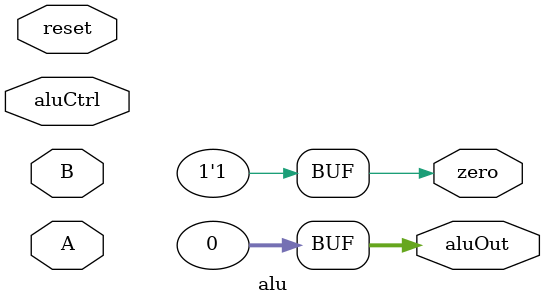
<source format=v>

module alu (A, B, aluCtrl, zero, aluOut, reset);

    input reset;
    input [31:0] A, B;
    input [3:0] aluCtrl;
    output reg [31:0] aluOut;
    output zero;

    // Aplica o reset;
    always @ (reset) begin
        aluOut <= 32'b0;
    end

    // Associa nível alto à zero se a saída da ALU é verdadeira;
    assign zero = (aluOut == 0);

    always @(*) begin // Se aluCtrl, A ou B;

        // Operações existentes na ALU;
        case (aluCtrl)
            4'b0000: aluOut <= A & B; // Caso 0 - AND;
            4'b0001: aluOut <= A | B; // Caso 1 - OR;
            4'b0010: aluOut <= A + B; // Caso 2 - ADD;
            4'b0110: aluOut <= A - B; // Caso 6 - SUB;
            4'b0111: aluOut <= (A < B) ? 32'b1 : 32'b0; // Caso 7 - SLT;
            4'b1100: aluOut <= ~(A | B); // Caso 12 - NOR;
            default: aluOut <= 32'b0; // Default;
        endcase
    end
endmodule

</source>
